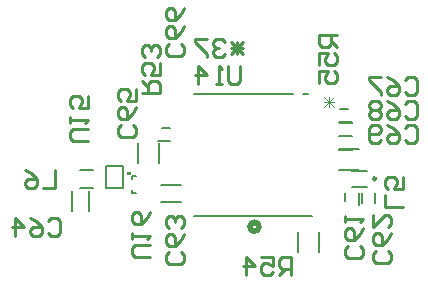
<source format=gbo>
G04*
G04 #@! TF.GenerationSoftware,Altium Limited,Altium Designer,25.8.1 (18)*
G04*
G04 Layer_Color=32896*
%FSLAX44Y44*%
%MOMM*%
G71*
G04*
G04 #@! TF.SameCoordinates,1528484A-2012-41B0-BD13-40F79D6D187F*
G04*
G04*
G04 #@! TF.FilePolarity,Positive*
G04*
G01*
G75*
%ADD10C,0.2500*%
%ADD11C,0.5080*%
%ADD12C,0.1524*%
%ADD13C,0.2000*%
%ADD15C,0.2540*%
%ADD223C,0.0762*%
D10*
X1850032Y1697990D02*
G03*
X1850032Y1697990I-1250J0D01*
G01*
X1640354Y1702322D02*
G03*
X1642006Y1702322I826J938D01*
G01*
D11*
X1751076Y1657350D02*
G03*
X1751076Y1657350I-3810J0D01*
G01*
D12*
X1696466Y1666494D02*
X1796034D01*
X1788390Y1770126D02*
X1793010D01*
X1696466D02*
X1780310D01*
X1643507Y1685671D02*
Y1688465D01*
Y1685671D02*
X1647434D01*
X1643507Y1697355D02*
Y1700149D01*
X1647434D01*
D13*
X1784449Y1636109D02*
Y1653191D01*
X1838390Y1677163D02*
Y1685791D01*
X1849690Y1677163D02*
Y1685791D01*
X1802031Y1636109D02*
Y1653191D01*
X1824256Y1679010D02*
Y1686291D01*
X1819173Y1722656D02*
X1829801D01*
X1819173Y1734284D02*
X1829801D01*
X1819173Y1734086D02*
X1829801D01*
X1835884Y1675663D02*
Y1686291D01*
X1830058Y1704740D02*
X1842782D01*
X1830058Y1691240D02*
X1842782D01*
X1621430Y1708510D02*
X1635930D01*
X1599810Y1705490D02*
X1610810D01*
X1668332Y1677928D02*
X1685057D01*
X1668332Y1692652D02*
X1685057D01*
X1607562Y1671065D02*
Y1687597D01*
X1592838Y1670872D02*
Y1687597D01*
X1599863Y1690577D02*
X1610863D01*
X1635930Y1690010D02*
Y1708510D01*
X1621430Y1690010D02*
X1635930D01*
X1621430D02*
Y1708510D01*
X1818619Y1705709D02*
X1835701D01*
X1818619Y1723291D02*
X1835701D01*
X1666141Y1711409D02*
Y1728491D01*
X1819173Y1745714D02*
X1829801D01*
X1819676Y1745516D02*
X1830304D01*
X1819676Y1757144D02*
X1826917D01*
X1648559Y1711409D02*
Y1728491D01*
X1668750Y1741270D02*
X1676186D01*
X1665559Y1729642D02*
X1676186D01*
D15*
X1737353Y1813558D02*
X1727197Y1803402D01*
X1737353D02*
X1727197Y1813558D01*
X1737353Y1808480D02*
X1727197D01*
X1732275Y1803402D02*
Y1813558D01*
X1722118D02*
X1719579Y1816098D01*
X1714501D01*
X1711962Y1813558D01*
Y1811019D01*
X1714501Y1808480D01*
X1717040D01*
X1714501D01*
X1711962Y1805941D01*
Y1803402D01*
X1714501Y1800862D01*
X1719579D01*
X1722118Y1803402D01*
X1706883Y1816098D02*
X1696727D01*
Y1813558D01*
X1706883Y1803402D01*
Y1800862D01*
X1658618Y1631956D02*
X1645922D01*
X1643383Y1634495D01*
Y1639574D01*
X1645922Y1642113D01*
X1658618D01*
X1643383Y1647191D02*
Y1652270D01*
Y1649730D01*
X1658618D01*
X1656078Y1647191D01*
X1658618Y1670044D02*
X1656078Y1664966D01*
X1651000Y1659887D01*
X1645922D01*
X1643383Y1662426D01*
Y1667505D01*
X1645922Y1670044D01*
X1648461D01*
X1651000Y1667505D01*
Y1659887D01*
X1606548Y1729746D02*
X1593852D01*
X1591313Y1732285D01*
Y1737364D01*
X1593852Y1739903D01*
X1606548D01*
X1591313Y1744981D02*
Y1750060D01*
Y1747520D01*
X1606548D01*
X1604008Y1744981D01*
X1606548Y1767834D02*
Y1757677D01*
X1598930D01*
X1601469Y1762755D01*
Y1765295D01*
X1598930Y1767834D01*
X1593852D01*
X1591313Y1765295D01*
Y1760216D01*
X1593852Y1757677D01*
X1734814Y1793237D02*
Y1780542D01*
X1732275Y1778002D01*
X1727196D01*
X1724657Y1780542D01*
Y1793237D01*
X1719579Y1778002D02*
X1714500D01*
X1717040D01*
Y1793237D01*
X1719579Y1790698D01*
X1699265Y1778002D02*
Y1793237D01*
X1706883Y1785620D01*
X1696726D01*
X1817368Y1819903D02*
X1802133D01*
Y1812286D01*
X1804672Y1809747D01*
X1809750D01*
X1812289Y1812286D01*
Y1819903D01*
Y1814825D02*
X1817368Y1809747D01*
X1802133Y1794512D02*
Y1804668D01*
X1809750D01*
X1807211Y1799590D01*
Y1797051D01*
X1809750Y1794512D01*
X1814828D01*
X1817368Y1797051D01*
Y1802129D01*
X1814828Y1804668D01*
X1802133Y1779277D02*
Y1789433D01*
X1809750D01*
X1807211Y1784355D01*
Y1781816D01*
X1809750Y1779277D01*
X1814828D01*
X1817368Y1781816D01*
Y1786894D01*
X1814828Y1789433D01*
X1777993Y1616712D02*
Y1631947D01*
X1770376D01*
X1767837Y1629408D01*
Y1624330D01*
X1770376Y1621791D01*
X1777993D01*
X1772915D02*
X1767837Y1616712D01*
X1752602Y1631947D02*
X1762758D01*
Y1624330D01*
X1757680Y1626869D01*
X1755141D01*
X1752602Y1624330D01*
Y1619252D01*
X1755141Y1616712D01*
X1760219D01*
X1762758Y1619252D01*
X1739906Y1616712D02*
Y1631947D01*
X1747523Y1624330D01*
X1737367D01*
X1652272Y1770387D02*
X1667508D01*
Y1778004D01*
X1664968Y1780543D01*
X1659890D01*
X1657351Y1778004D01*
Y1770387D01*
Y1775465D02*
X1652272Y1780543D01*
X1667508Y1795778D02*
Y1785622D01*
X1659890D01*
X1662429Y1790700D01*
Y1793239D01*
X1659890Y1795778D01*
X1654812D01*
X1652272Y1793239D01*
Y1788161D01*
X1654812Y1785622D01*
X1664968Y1800857D02*
X1667508Y1803396D01*
Y1808474D01*
X1664968Y1811013D01*
X1662429D01*
X1659890Y1808474D01*
Y1805935D01*
Y1808474D01*
X1657351Y1811013D01*
X1654812D01*
X1652272Y1808474D01*
Y1803396D01*
X1654812Y1800857D01*
X1578666Y1705607D02*
Y1690372D01*
X1568509D01*
X1553274Y1705607D02*
X1558353Y1703068D01*
X1563431Y1697990D01*
Y1692912D01*
X1560892Y1690372D01*
X1555813D01*
X1553274Y1692912D01*
Y1695451D01*
X1555813Y1697990D01*
X1563431D01*
X1873248Y1673864D02*
X1858013D01*
Y1684021D01*
X1873248Y1699256D02*
Y1689099D01*
X1865630D01*
X1868169Y1694178D01*
Y1696717D01*
X1865630Y1699256D01*
X1860552D01*
X1858013Y1696717D01*
Y1691638D01*
X1860552Y1689099D01*
X1874517Y1741168D02*
X1877056Y1743707D01*
X1882134D01*
X1884673Y1741168D01*
Y1731012D01*
X1882134Y1728472D01*
X1877056D01*
X1874517Y1731012D01*
X1859282Y1743707D02*
X1864360Y1741168D01*
X1869438Y1736090D01*
Y1731012D01*
X1866899Y1728472D01*
X1861821D01*
X1859282Y1731012D01*
Y1733551D01*
X1861821Y1736090D01*
X1869438D01*
X1854203Y1731012D02*
X1851664Y1728472D01*
X1846586D01*
X1844047Y1731012D01*
Y1741168D01*
X1846586Y1743707D01*
X1851664D01*
X1854203Y1741168D01*
Y1738629D01*
X1851664Y1736090D01*
X1844047D01*
X1874517Y1761488D02*
X1877056Y1764028D01*
X1882134D01*
X1884673Y1761488D01*
Y1751332D01*
X1882134Y1748793D01*
X1877056D01*
X1874517Y1751332D01*
X1859282Y1764028D02*
X1864360Y1761488D01*
X1869438Y1756410D01*
Y1751332D01*
X1866899Y1748793D01*
X1861821D01*
X1859282Y1751332D01*
Y1753871D01*
X1861821Y1756410D01*
X1869438D01*
X1854203Y1761488D02*
X1851664Y1764028D01*
X1846586D01*
X1844047Y1761488D01*
Y1758949D01*
X1846586Y1756410D01*
X1844047Y1753871D01*
Y1751332D01*
X1846586Y1748793D01*
X1851664D01*
X1854203Y1751332D01*
Y1753871D01*
X1851664Y1756410D01*
X1854203Y1758949D01*
Y1761488D01*
X1851664Y1756410D02*
X1846586D01*
X1874517Y1781808D02*
X1877056Y1784348D01*
X1882134D01*
X1884673Y1781808D01*
Y1771652D01*
X1882134Y1769113D01*
X1877056D01*
X1874517Y1771652D01*
X1859282Y1784348D02*
X1864360Y1781808D01*
X1869438Y1776730D01*
Y1771652D01*
X1866899Y1769113D01*
X1861821D01*
X1859282Y1771652D01*
Y1774191D01*
X1861821Y1776730D01*
X1869438D01*
X1854203Y1784348D02*
X1844047D01*
Y1781808D01*
X1854203Y1771652D01*
Y1769113D01*
X1685288Y1812293D02*
X1687827Y1809754D01*
Y1804676D01*
X1685288Y1802137D01*
X1675132D01*
X1672592Y1804676D01*
Y1809754D01*
X1675132Y1812293D01*
X1687827Y1827528D02*
X1685288Y1822450D01*
X1680210Y1817372D01*
X1675132D01*
X1672592Y1819911D01*
Y1824989D01*
X1675132Y1827528D01*
X1677671D01*
X1680210Y1824989D01*
Y1817372D01*
X1687827Y1842763D02*
X1685288Y1837685D01*
X1680210Y1832607D01*
X1675132D01*
X1672592Y1835146D01*
Y1840224D01*
X1675132Y1842763D01*
X1677671D01*
X1680210Y1840224D01*
Y1832607D01*
X1644648Y1743713D02*
X1647188Y1741174D01*
Y1736096D01*
X1644648Y1733557D01*
X1634492D01*
X1631953Y1736096D01*
Y1741174D01*
X1634492Y1743713D01*
X1647188Y1758948D02*
X1644648Y1753870D01*
X1639570Y1748792D01*
X1634492D01*
X1631953Y1751331D01*
Y1756409D01*
X1634492Y1758948D01*
X1637031D01*
X1639570Y1756409D01*
Y1748792D01*
X1647188Y1774183D02*
Y1764027D01*
X1639570D01*
X1642109Y1769105D01*
Y1771644D01*
X1639570Y1774183D01*
X1634492D01*
X1631953Y1771644D01*
Y1766566D01*
X1634492Y1764027D01*
X1572257Y1662428D02*
X1574796Y1664967D01*
X1579874D01*
X1582413Y1662428D01*
Y1652272D01*
X1579874Y1649733D01*
X1574796D01*
X1572257Y1652272D01*
X1557022Y1664967D02*
X1562100Y1662428D01*
X1567178Y1657350D01*
Y1652272D01*
X1564639Y1649733D01*
X1559561D01*
X1557022Y1652272D01*
Y1654811D01*
X1559561Y1657350D01*
X1567178D01*
X1544326Y1649733D02*
Y1664967D01*
X1551943Y1657350D01*
X1541787D01*
X1685288Y1635763D02*
X1687828Y1633224D01*
Y1628146D01*
X1685288Y1625607D01*
X1675132D01*
X1672592Y1628146D01*
Y1633224D01*
X1675132Y1635763D01*
X1687828Y1650998D02*
X1685288Y1645920D01*
X1680210Y1640842D01*
X1675132D01*
X1672592Y1643381D01*
Y1648459D01*
X1675132Y1650998D01*
X1677671D01*
X1680210Y1648459D01*
Y1640842D01*
X1685288Y1656077D02*
X1687828Y1658616D01*
Y1663694D01*
X1685288Y1666233D01*
X1682749D01*
X1680210Y1663694D01*
Y1661155D01*
Y1663694D01*
X1677671Y1666233D01*
X1675132D01*
X1672592Y1663694D01*
Y1658616D01*
X1675132Y1656077D01*
X1860548Y1637033D02*
X1863088Y1634494D01*
Y1629416D01*
X1860548Y1626877D01*
X1850392D01*
X1847852Y1629416D01*
Y1634494D01*
X1850392Y1637033D01*
X1863088Y1652268D02*
X1860548Y1647190D01*
X1855470Y1642112D01*
X1850392D01*
X1847852Y1644651D01*
Y1649729D01*
X1850392Y1652268D01*
X1852931D01*
X1855470Y1649729D01*
Y1642112D01*
X1847852Y1667503D02*
Y1657347D01*
X1858009Y1667503D01*
X1860548D01*
X1863088Y1664964D01*
Y1659886D01*
X1860548Y1657347D01*
X1836418Y1640842D02*
X1838958Y1638303D01*
Y1633225D01*
X1836418Y1630686D01*
X1826262D01*
X1823723Y1633225D01*
Y1638303D01*
X1826262Y1640842D01*
X1838958Y1656078D02*
X1836418Y1650999D01*
X1831340Y1645921D01*
X1826262D01*
X1823723Y1648460D01*
Y1653538D01*
X1826262Y1656078D01*
X1828801D01*
X1831340Y1653538D01*
Y1645921D01*
X1823723Y1661156D02*
Y1666234D01*
Y1663695D01*
X1838958D01*
X1836418Y1661156D01*
D223*
X1806575Y1758530D02*
X1815039Y1766994D01*
X1806575D02*
X1815039Y1758530D01*
X1806575Y1762762D02*
X1815039D01*
X1810807Y1766994D02*
Y1758530D01*
M02*

</source>
